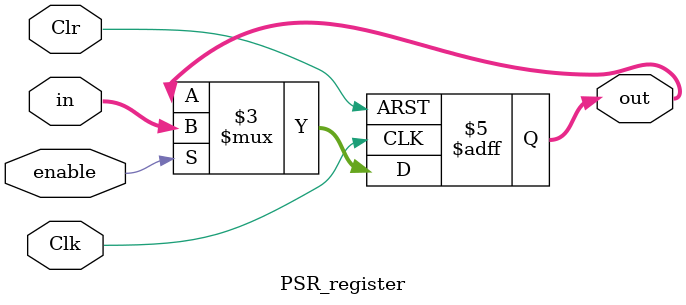
<source format=v>
module PSR_register(output reg [31:0] out, input wire [31:0] in, input wire enable, Clr, Clk);

initial
	out <= 32'hf0000020;
		
always @ (posedge Clk, posedge Clr)
	if(Clr) 
		out <= 32'hf0000020; 
	else if(enable) 
		out <= in; 
endmodule 

</source>
